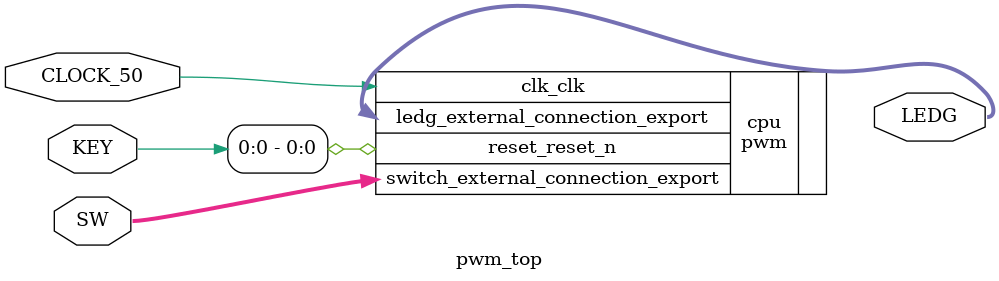
<source format=v>
module pwm_top
	(
		input wire CLOCK_50,
		input wire [9:0] SW,
		input wire [3:0] KEY,
		output wire [7:0] LEDG
	);
	
	pwm cpu (
		.clk_clk(CLOCK_50),
		.reset_reset_n(KEY[0]),
		.switch_external_connection_export(SW),
		.ledg_external_connection_export(LEDG)
	);
endmodule

</source>
